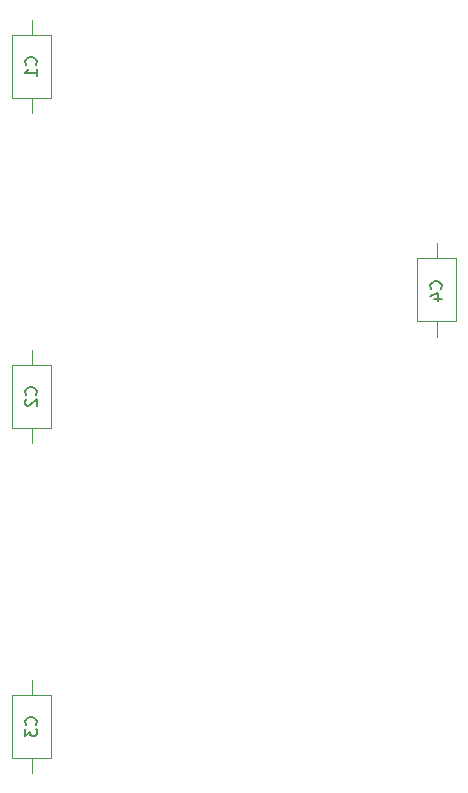
<source format=gbo>
G04 #@! TF.GenerationSoftware,KiCad,Pcbnew,5.0.1-33cea8e~68~ubuntu16.04.1*
G04 #@! TF.CreationDate,2019-03-05T15:27:08+00:00*
G04 #@! TF.ProjectId,Music5000,4D75736963353030302E6B696361645F,rev?*
G04 #@! TF.SameCoordinates,PX3021c70PY8dff518*
G04 #@! TF.FileFunction,Legend,Bot*
G04 #@! TF.FilePolarity,Positive*
%FSLAX46Y46*%
G04 Gerber Fmt 4.6, Leading zero omitted, Abs format (unit mm)*
G04 Created by KiCad (PCBNEW 5.0.1-33cea8e~68~ubuntu16.04.1) date Tue 05 Mar 2019 15:27:08 GMT*
%MOMM*%
%LPD*%
G01*
G04 APERTURE LIST*
%ADD10C,0.120000*%
%ADD11C,0.150000*%
G04 APERTURE END LIST*
D10*
G04 #@! TO.C,C1*
X26670000Y83255000D02*
X26670000Y81965000D01*
X26670000Y75335000D02*
X26670000Y76625000D01*
X28340000Y81965000D02*
X28340000Y76625000D01*
X25000000Y81965000D02*
X28340000Y81965000D01*
X25000000Y76625000D02*
X25000000Y81965000D01*
X28340000Y76625000D02*
X25000000Y76625000D01*
G04 #@! TO.C,C2*
X26670000Y55315000D02*
X26670000Y54025000D01*
X26670000Y47395000D02*
X26670000Y48685000D01*
X28340000Y54025000D02*
X28340000Y48685000D01*
X25000000Y54025000D02*
X28340000Y54025000D01*
X25000000Y48685000D02*
X25000000Y54025000D01*
X28340000Y48685000D02*
X25000000Y48685000D01*
G04 #@! TO.C,C3*
X26670000Y27375000D02*
X26670000Y26085000D01*
X26670000Y19455000D02*
X26670000Y20745000D01*
X28340000Y26085000D02*
X28340000Y20745000D01*
X25000000Y26085000D02*
X28340000Y26085000D01*
X25000000Y20745000D02*
X25000000Y26085000D01*
X28340000Y20745000D02*
X25000000Y20745000D01*
G04 #@! TO.C,C4*
X60960000Y56445000D02*
X60960000Y57735000D01*
X60960000Y64365000D02*
X60960000Y63075000D01*
X59290000Y57735000D02*
X59290000Y63075000D01*
X62630000Y57735000D02*
X59290000Y57735000D01*
X62630000Y63075000D02*
X62630000Y57735000D01*
X59290000Y63075000D02*
X62630000Y63075000D01*
G04 #@! TO.C,C1*
D11*
X27027142Y79461667D02*
X27074761Y79509286D01*
X27122380Y79652143D01*
X27122380Y79747381D01*
X27074761Y79890239D01*
X26979523Y79985477D01*
X26884285Y80033096D01*
X26693809Y80080715D01*
X26550952Y80080715D01*
X26360476Y80033096D01*
X26265238Y79985477D01*
X26170000Y79890239D01*
X26122380Y79747381D01*
X26122380Y79652143D01*
X26170000Y79509286D01*
X26217619Y79461667D01*
X27122380Y78509286D02*
X27122380Y79080715D01*
X27122380Y78795000D02*
X26122380Y78795000D01*
X26265238Y78890239D01*
X26360476Y78985477D01*
X26408095Y79080715D01*
G04 #@! TO.C,C2*
X27027142Y51521667D02*
X27074761Y51569286D01*
X27122380Y51712143D01*
X27122380Y51807381D01*
X27074761Y51950239D01*
X26979523Y52045477D01*
X26884285Y52093096D01*
X26693809Y52140715D01*
X26550952Y52140715D01*
X26360476Y52093096D01*
X26265238Y52045477D01*
X26170000Y51950239D01*
X26122380Y51807381D01*
X26122380Y51712143D01*
X26170000Y51569286D01*
X26217619Y51521667D01*
X26217619Y51140715D02*
X26170000Y51093096D01*
X26122380Y50997858D01*
X26122380Y50759762D01*
X26170000Y50664524D01*
X26217619Y50616905D01*
X26312857Y50569286D01*
X26408095Y50569286D01*
X26550952Y50616905D01*
X27122380Y51188334D01*
X27122380Y50569286D01*
G04 #@! TO.C,C3*
X27027142Y23581667D02*
X27074761Y23629286D01*
X27122380Y23772143D01*
X27122380Y23867381D01*
X27074761Y24010239D01*
X26979523Y24105477D01*
X26884285Y24153096D01*
X26693809Y24200715D01*
X26550952Y24200715D01*
X26360476Y24153096D01*
X26265238Y24105477D01*
X26170000Y24010239D01*
X26122380Y23867381D01*
X26122380Y23772143D01*
X26170000Y23629286D01*
X26217619Y23581667D01*
X26122380Y23248334D02*
X26122380Y22629286D01*
X26503333Y22962620D01*
X26503333Y22819762D01*
X26550952Y22724524D01*
X26598571Y22676905D01*
X26693809Y22629286D01*
X26931904Y22629286D01*
X27027142Y22676905D01*
X27074761Y22724524D01*
X27122380Y22819762D01*
X27122380Y23105477D01*
X27074761Y23200715D01*
X27027142Y23248334D01*
G04 #@! TO.C,C4*
X61317142Y60491667D02*
X61364761Y60539286D01*
X61412380Y60682143D01*
X61412380Y60777381D01*
X61364761Y60920239D01*
X61269523Y61015477D01*
X61174285Y61063096D01*
X60983809Y61110715D01*
X60840952Y61110715D01*
X60650476Y61063096D01*
X60555238Y61015477D01*
X60460000Y60920239D01*
X60412380Y60777381D01*
X60412380Y60682143D01*
X60460000Y60539286D01*
X60507619Y60491667D01*
X60745714Y59634524D02*
X61412380Y59634524D01*
X60364761Y59872620D02*
X61079047Y60110715D01*
X61079047Y59491667D01*
G04 #@! TD*
M02*

</source>
